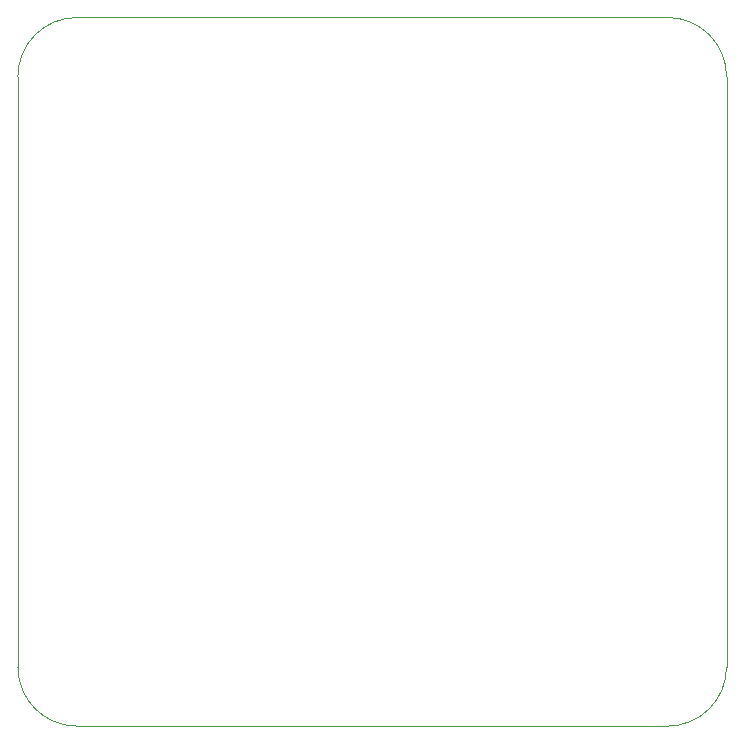
<source format=gbr>
%TF.GenerationSoftware,Altium Limited,Altium Designer,20.1.8 (145)*%
G04 Layer_Color=0*
%FSLAX45Y45*%
%MOMM*%
%TF.SameCoordinates,39D32AA0-D89A-4232-8ACE-958E0E311499*%
%TF.FilePolarity,Positive*%
%TF.FileFunction,Profile,NP*%
%TF.Part,Single*%
G01*
G75*
%TA.AperFunction,Profile*%
%ADD26C,0.02540*%
D26*
X0Y500000D02*
Y5500000D01*
D02*
G02*
X500000Y6000000I500000J0D01*
G01*
X5500000D01*
D02*
G02*
X6000000Y5500000I0J-500000D01*
G01*
Y500000D01*
D02*
G02*
X5500000Y0I-500000J0D01*
G01*
X500000D01*
D02*
G02*
X0Y500000I0J500000D01*
G01*
%TF.MD5,3f0addbbb9d7610a0c9019cca5ba7303*%
M02*

</source>
